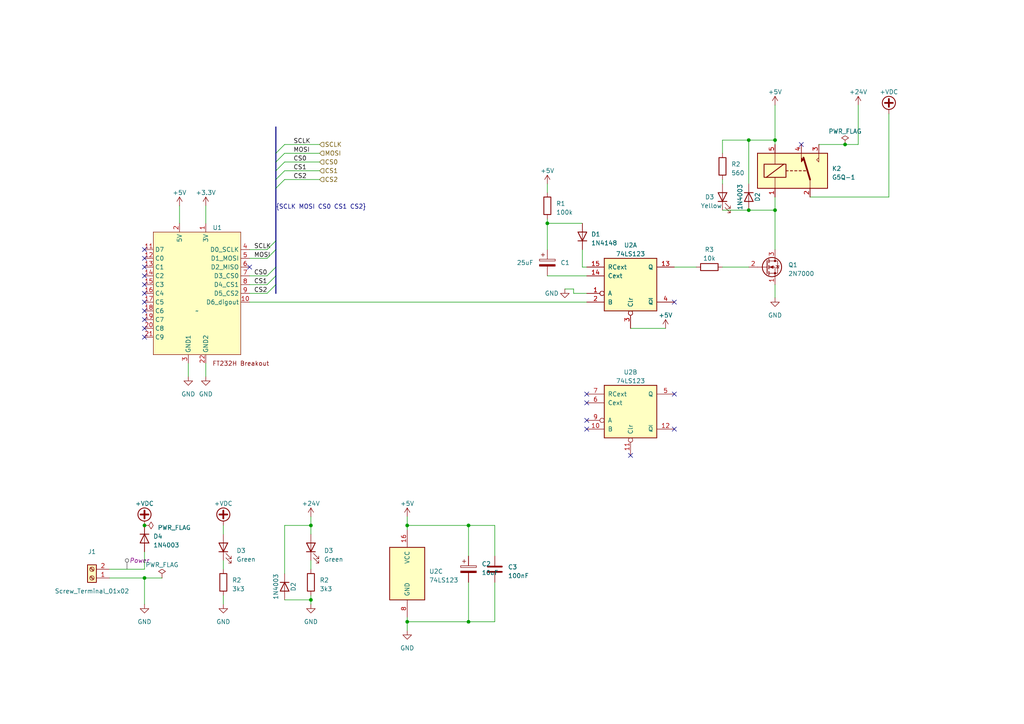
<source format=kicad_sch>
(kicad_sch (version 20230121) (generator eeschema)
  (paper "A4")
  (title_block (title "cpumeter") (rev "v02") (comment 3 "License CC BY 4.0") (comment 4 "Jonas Berg"))
  (lib_symbols
    (symbol "74xx:74LS123" (pin_names (offset 1.016))
      (property "Reference" "U" (at -7.62 8.89 0))
      (property "Value" "74LS123" (at -7.62 -8.89 0))
      (symbol "74LS123_1_0"
        (pin input inverted (at -12.7 -2.54 0) (length 5.08) (name "A") (number "1"))
        (pin output line (at 12.7 5.08 180) (length 5.08) (name "Q") (number "13"))
        (pin input line (at -12.7 2.54 0) (length 5.08) (name "Cext") (number "14"))
        (pin input line (at -12.7 5.08 0) (length 5.08) (name "RCext") (number "15"))
        (pin input line (at -12.7 -5.08 0) (length 5.08) (name "B") (number "2"))
        (pin input inverted (at 0 -12.7 90) (length 5.08) (name "Clr") (number "3"))
        (pin output line (at 12.7 -5.08 180) (length 5.08) (name "~{Q}") (number "4"))
      )
      (symbol "74LS123_1_1"
        (rectangle (start -7.62 7.62) (end 7.62 -7.62) (stroke (width 0.254)) (fill (type background)))
      )
      (symbol "74LS123_2_0"
        (pin input line (at -12.7 -5.08 0) (length 5.08) (name "B") (number "10"))
        (pin input inverted (at 0 -12.7 90) (length 5.08) (name "Clr") (number "11"))
        (pin output line (at 12.7 -5.08 180) (length 5.08) (name "~{Q}") (number "12"))
        (pin output line (at 12.7 5.08 180) (length 5.08) (name "Q") (number "5"))
        (pin input line (at -12.7 2.54 0) (length 5.08) (name "Cext") (number "6"))
        (pin input line (at -12.7 5.08 0) (length 5.08) (name "RCext") (number "7"))
        (pin input inverted (at -12.7 -2.54 0) (length 5.08) (name "A") (number "9"))
      )
      (symbol "74LS123_2_1"
        (rectangle (start -7.62 7.62) (end 7.62 -7.62) (stroke (width 0.254)) (fill (type background)))
      )
      (symbol "74LS123_3_0"
        (pin power_in line (at 0 12.7 270) (length 5.08) (name "VCC") (number "16"))
        (pin power_in line (at 0 -12.7 90) (length 5.08) (name "GND") (number "8"))
      )
      (symbol "74LS123_3_1"
        (rectangle (start -5.08 7.62) (end 5.08 -7.62) (stroke (width 0.254)) (fill (type background)))
      )
    )
    (symbol "Connector:Screw_Terminal_01x02" (pin_names (offset 1.016) hide)
      (property "Reference" "J" (at 0 2.54 0))
      (property "Value" "Screw_Terminal_01x02" (at 0 -5.08 0))
      (symbol "Screw_Terminal_01x02_1_1"
        (rectangle (start -1.27 1.27) (end 1.27 -3.81) (stroke (width 0.254)) (fill (type background)))
        (circle (center 0 -2.54) (radius 0.635) (stroke (width 0.1524)))
        (polyline (pts (xy -0.5334 -2.2098) (xy 0.3302 -3.048)) (stroke (width 0.1524)))
        (polyline (pts (xy -0.5334 0.3302) (xy 0.3302 -0.508)) (stroke (width 0.1524)))
        (polyline (pts (xy -0.3556 -2.032) (xy 0.508 -2.8702)) (stroke (width 0.1524)))
        (polyline (pts (xy -0.3556 0.508) (xy 0.508 -0.3302)) (stroke (width 0.1524)))
        (circle (center 0 0) (radius 0.635) (stroke (width 0.1524)))
        (pin passive line (at -5.08 0 0) (length 3.81) (name "Pin_1") (number "1"))
        (pin passive line (at -5.08 -2.54 0) (length 3.81) (name "Pin_2") (number "2"))
      )
    )
    (symbol "Device:C" (pin_numbers hide) (pin_names (offset 0.254))
      (property "Reference" "C" (at 0.635 2.54 0))
      (property "Value" "C" (at 0.635 -2.54 0))
      (symbol "C_0_1"
        (polyline (pts (xy -2.032 -0.762) (xy 2.032 -0.762)) (stroke (width 0.508)))
        (polyline (pts (xy -2.032 0.762) (xy 2.032 0.762)) (stroke (width 0.508)))
      )
      (symbol "C_1_1"
        (pin passive line (at 0 3.81 270) (length 2.794) (name "~") (number "1"))
        (pin passive line (at 0 -3.81 90) (length 2.794) (name "~") (number "2"))
      )
    )
    (symbol "Device:C_Polarized" (pin_numbers hide) (pin_names (offset 0.254))
      (property "Reference" "C" (at 0.635 2.54 0))
      (property "Value" "C_Polarized" (at 0.635 -2.54 0))
      (symbol "C_Polarized_0_1"
        (rectangle (start -2.286 0.508) (end 2.286 1.016))
        (polyline (pts (xy -1.778 2.286) (xy -0.762 2.286)))
        (polyline (pts (xy -1.27 2.794) (xy -1.27 1.778)))
        (rectangle (start 2.286 -0.508) (end -2.286 -1.016) (fill (type outline)))
      )
      (symbol "C_Polarized_1_1"
        (pin passive line (at 0 3.81 270) (length 2.794) (name "~") (number "1"))
        (pin passive line (at 0 -3.81 90) (length 2.794) (name "~") (number "2"))
      )
    )
    (symbol "Device:LED" (pin_numbers hide) (pin_names (offset 1.016) hide)
      (property "Reference" "D" (at 0 2.54 0))
      (property "Value" "LED" (at 0 -2.54 0))
      (symbol "LED_0_1"
        (polyline (pts (xy -1.27 -1.27) (xy -1.27 1.27)) (stroke (width 0.254)))
        (polyline (pts (xy -1.27 0) (xy 1.27 0)))
        (polyline (pts (xy 1.27 -1.27) (xy 1.27 1.27) (xy -1.27 0) (xy 1.27 -1.27)) (stroke (width 0.254)))
        (polyline (pts (xy -3.048 -0.762) (xy -4.572 -2.286) (xy -3.81 -2.286) (xy -4.572 -2.286) (xy -4.572 -1.524)))
        (polyline (pts (xy -1.778 -0.762) (xy -3.302 -2.286) (xy -2.54 -2.286) (xy -3.302 -2.286) (xy -3.302 -1.524)))
      )
      (symbol "LED_1_1"
        (pin passive line (at -3.81 0 0) (length 2.54) (name "K") (number "1"))
        (pin passive line (at 3.81 0 180) (length 2.54) (name "A") (number "2"))
      )
    )
    (symbol "Device:R" (pin_numbers hide) (pin_names (offset 0))
      (property "Reference" "R" (at 2.032 0 90))
      (property "Value" "R" (at 0 0 90))
      (symbol "R_0_1"
        (rectangle (start -1.016 -2.54) (end 1.016 2.54) (stroke (width 0.254)))
      )
      (symbol "R_1_1"
        (pin passive line (at 0 3.81 270) (length 1.27) (name "~") (number "1"))
        (pin passive line (at 0 -3.81 90) (length 1.27) (name "~") (number "2"))
      )
    )
    (symbol "Diode:1N4003" (pin_numbers hide) (pin_names hide)
      (property "Reference" "D" (at 0 2.54 0))
      (property "Value" "1N4003" (at 0 -2.54 0))
      (symbol "1N4003_0_1"
        (polyline (pts (xy -1.27 1.27) (xy -1.27 -1.27)) (stroke (width 0.254)))
        (polyline (pts (xy 1.27 0) (xy -1.27 0)))
        (polyline (pts (xy 1.27 1.27) (xy 1.27 -1.27) (xy -1.27 0) (xy 1.27 1.27)) (stroke (width 0.254)))
      )
      (symbol "1N4003_1_1"
        (pin passive line (at -3.81 0 0) (length 2.54) (name "K") (number "1"))
        (pin passive line (at 3.81 0 180) (length 2.54) (name "A") (number "2"))
      )
    )
    (symbol "Diode:1N4148" (pin_numbers hide) (pin_names hide)
      (property "Reference" "D" (at 0 2.54 0))
      (property "Value" "1N4148" (at 0 -2.54 0))
      (symbol "1N4148_0_1"
        (polyline (pts (xy -1.27 1.27) (xy -1.27 -1.27)) (stroke (width 0.254)))
        (polyline (pts (xy 1.27 0) (xy -1.27 0)))
        (polyline (pts (xy 1.27 1.27) (xy 1.27 -1.27) (xy -1.27 0) (xy 1.27 1.27)) (stroke (width 0.254)))
      )
      (symbol "1N4148_1_1"
        (pin passive line (at -3.81 0 0) (length 2.54) (name "K") (number "1"))
        (pin passive line (at 3.81 0 180) (length 2.54) (name "A") (number "2"))
      )
    )
    (symbol "Relay:G5Q-1"
      (property "Reference" "K" (at 11.43 3.81 0))
      (property "Value" "G5Q-1" (at 11.43 1.27 0))
      (symbol "G5Q-1_0_0"
        (polyline (pts (xy 7.62 5.08) (xy 7.62 2.54) (xy 6.985 3.175) (xy 7.62 3.81)))
      )
      (symbol "G5Q-1_0_1"
        (rectangle (start -10.16 5.08) (end 10.16 -5.08) (stroke (width 0.254)) (fill (type background)))
        (rectangle (start -8.255 1.905) (end -1.905 -1.905) (stroke (width 0.254)))
        (polyline (pts (xy -7.62 -1.905) (xy -2.54 1.905)) (stroke (width 0.254)))
        (polyline (pts (xy -5.08 -5.08) (xy -5.08 -1.905)))
        (polyline (pts (xy -5.08 5.08) (xy -5.08 1.905)))
        (polyline (pts (xy -1.905 0) (xy -1.27 0)) (stroke (width 0.254)))
        (polyline (pts (xy -0.635 0) (xy 0 0)) (stroke (width 0.254)))
        (polyline (pts (xy 0.635 0) (xy 1.27 0)) (stroke (width 0.254)))
        (polyline (pts (xy 1.905 0) (xy 2.54 0)) (stroke (width 0.254)))
        (polyline (pts (xy 3.175 0) (xy 3.81 0)) (stroke (width 0.254)))
        (polyline (pts (xy 5.08 -2.54) (xy 3.175 3.81)) (stroke (width 0.508)))
        (polyline (pts (xy 5.08 -2.54) (xy 5.08 -5.08)))
        (polyline (pts (xy 2.54 5.08) (xy 2.54 2.54) (xy 3.175 3.175) (xy 2.54 3.81)) (fill (type outline)))
      )
      (symbol "G5Q-1_1_1"
        (pin passive line (at -5.08 -7.62 90) (length 2.54) (name "~") (number "1"))
        (pin passive line (at 5.08 -7.62 90) (length 2.54) (name "~") (number "2"))
        (pin passive line (at 7.62 7.62 270) (length 2.54) (name "~") (number "3"))
        (pin passive line (at 2.54 7.62 270) (length 2.54) (name "~") (number "4"))
        (pin passive line (at -5.08 7.62 270) (length 2.54) (name "~") (number "5"))
      )
    )
    (symbol "Transistor_FET:2N7000" (pin_names hide)
      (property "Reference" "Q" (at 5.08 1.905 0))
      (property "Value" "2N7000" (at 5.08 0 0))
      (symbol "2N7000_0_1"
        (polyline (pts (xy 0.254 0) (xy -2.54 0)))
        (polyline (pts (xy 0.254 1.905) (xy 0.254 -1.905)) (stroke (width 0.254)))
        (polyline (pts (xy 0.762 -1.27) (xy 0.762 -2.286)) (stroke (width 0.254)))
        (polyline (pts (xy 0.762 0.508) (xy 0.762 -0.508)) (stroke (width 0.254)))
        (polyline (pts (xy 0.762 2.286) (xy 0.762 1.27)) (stroke (width 0.254)))
        (polyline (pts (xy 2.54 2.54) (xy 2.54 1.778)))
        (polyline (pts (xy 2.54 -2.54) (xy 2.54 0) (xy 0.762 0)))
        (polyline (pts (xy 0.762 -1.778) (xy 3.302 -1.778) (xy 3.302 1.778) (xy 0.762 1.778)))
        (polyline (pts (xy 1.016 0) (xy 2.032 0.381) (xy 2.032 -0.381) (xy 1.016 0)) (fill (type outline)))
        (polyline (pts (xy 2.794 0.508) (xy 2.921 0.381) (xy 3.683 0.381) (xy 3.81 0.254)))
        (polyline (pts (xy 3.302 0.381) (xy 2.921 -0.254) (xy 3.683 -0.254) (xy 3.302 0.381)))
        (circle (center 1.651 0) (radius 2.794) (stroke (width 0.254)))
        (circle (center 2.54 -1.778) (radius 0.254) (fill (type outline)))
        (circle (center 2.54 1.778) (radius 0.254) (fill (type outline)))
      )
      (symbol "2N7000_1_1"
        (pin passive line (at 2.54 -5.08 90) (length 2.54) (name "S") (number "1"))
        (pin input line (at -5.08 0 0) (length 2.54) (name "G") (number "2"))
        (pin passive line (at 2.54 5.08 270) (length 2.54) (name "D") (number "3"))
      )
    )
    (symbol "cpumetercomponents:ft232h_breakout"
      (property "Reference" "U" (at -12.7 20.32 0))
      (symbol "ft232h_breakout_0_1"
        (rectangle (start -12.7 17.78) (end 12.7 -17.78) (fill (type background)))
        (text "FT232H Breakout" (at 12.7 -20.32 0) (effects (font (size 1.27 1.27))))
      )
      (symbol "ft232h_breakout_1_1"
        (pin power_out line (at 2.54 20.32 270) (length 2.54) (name "3V") (number "1"))
        (pin output line (at 15.24 -2.54 180) (length 2.54) (name "D6_digout") (number "10"))
        (pin bidirectional line (at -15.24 12.7 0) (length 2.54) (name "D7") (number "11"))
        (pin bidirectional line (at -15.24 10.16 0) (length 2.54) (name "C0") (number "12"))
        (pin bidirectional line (at -15.24 7.62 0) (length 2.54) (name "C1") (number "13"))
        (pin bidirectional line (at -15.24 5.08 0) (length 2.54) (name "C2") (number "14"))
        (pin bidirectional line (at -15.24 2.54 0) (length 2.54) (name "C3") (number "15"))
        (pin bidirectional line (at -15.24 0 0) (length 2.54) (name "C4") (number "16"))
        (pin bidirectional line (at -15.24 -2.54 0) (length 2.54) (name "C5") (number "17"))
        (pin bidirectional line (at -15.24 -5.08 0) (length 2.54) (name "C6") (number "18"))
        (pin bidirectional line (at -15.24 -7.62 0) (length 2.54) (name "C7") (number "19"))
        (pin power_out line (at -5.08 20.32 270) (length 2.54) (name "5V") (number "2"))
        (pin bidirectional line (at -15.24 -10.16 0) (length 2.54) (name "C8") (number "20"))
        (pin bidirectional line (at -15.24 -12.7 0) (length 2.54) (name "C9") (number "21"))
        (pin passive line (at 2.54 -20.32 90) (length 2.54) (name "GND2") (number "22"))
        (pin passive line (at -2.54 -20.32 90) (length 2.54) (name "GND1") (number "3"))
        (pin output line (at 15.24 12.7 180) (length 2.54) (name "D0_SCLK") (number "4"))
        (pin output line (at 15.24 10.16 180) (length 2.54) (name "D1_MOSI") (number "5"))
        (pin input line (at 15.24 7.62 180) (length 2.54) (name "D2_MISO") (number "6"))
        (pin output line (at 15.24 5.08 180) (length 2.54) (name "D3_CS0") (number "7"))
        (pin output line (at 15.24 2.54 180) (length 2.54) (name "D4_CS1") (number "8"))
        (pin output line (at 15.24 0 180) (length 2.54) (name "D5_CS2") (number "9"))
      )
    )
    (symbol "power:+24V" (power) (pin_names (offset 0))
      (property "Value" "+24V" (at 0 3.556 0))
      (symbol "+24V_0_1"
        (polyline (pts (xy -0.762 1.27) (xy 0 2.54)))
        (polyline (pts (xy 0 0) (xy 0 2.54)))
        (polyline (pts (xy 0 2.54) (xy 0.762 1.27)))
      )
      (symbol "+24V_1_1"
        (pin power_in line (at 0 0 90) (length 0) hide (name "+24V") (number "1"))
      )
    )
    (symbol "power:+3.3V" (power) (pin_names (offset 0))
      (property "Value" "+3.3V" (at 0 3.556 0))
      (symbol "+3.3V_0_1"
        (polyline (pts (xy -0.762 1.27) (xy 0 2.54)))
        (polyline (pts (xy 0 0) (xy 0 2.54)))
        (polyline (pts (xy 0 2.54) (xy 0.762 1.27)))
      )
      (symbol "+3.3V_1_1"
        (pin power_in line (at 0 0 90) (length 0) hide (name "+3.3V") (number "1"))
      )
    )
    (symbol "power:+5V" (power) (pin_names (offset 0))
      (property "Value" "+5V" (at 0 3.556 0))
      (symbol "+5V_0_1"
        (polyline (pts (xy -0.762 1.27) (xy 0 2.54)))
        (polyline (pts (xy 0 0) (xy 0 2.54)))
        (polyline (pts (xy 0 2.54) (xy 0.762 1.27)))
      )
      (symbol "+5V_1_1"
        (pin power_in line (at 0 0 90) (length 0) hide (name "+5V") (number "1"))
      )
    )
    (symbol "power:+VDC" (power) (pin_names (offset 0))
      (property "Value" "+VDC" (at 0 6.35 0))
      (symbol "+VDC_0_1"
        (polyline (pts (xy -1.143 3.175) (xy 1.143 3.175)) (stroke (width 0.508)))
        (polyline (pts (xy 0 0) (xy 0 1.27)))
        (polyline (pts (xy 0 2.032) (xy 0 4.318)) (stroke (width 0.508)))
        (circle (center 0 3.175) (radius 1.905) (stroke (width 0.254)))
      )
      (symbol "+VDC_1_1"
        (pin power_in line (at 0 0 90) (length 0) hide (name "+VDC") (number "1"))
      )
    )
    (symbol "power:GND" (power) (pin_names (offset 0))
      (property "Value" "GND" (at 0 -3.81 0))
      (symbol "GND_0_1"
        (polyline (pts (xy 0 0) (xy 0 -1.27) (xy 1.27 -1.27) (xy 0 -2.54) (xy -1.27 -1.27) (xy 0 -1.27)))
      )
      (symbol "GND_1_1"
        (pin power_in line (at 0 0 270) (length 0) hide (name "GND") (number "1"))
      )
    )
    (symbol "power:PWR_FLAG" (power) (pin_numbers hide) (pin_names (offset 0) hide)
      (property "Value" "PWR_FLAG" (at 0 3.81 0))
      (symbol "PWR_FLAG_0_0"
        (pin power_out line (at 0 0 90) (length 0) (name "pwr") (number "1"))
      )
      (symbol "PWR_FLAG_0_1"
        (polyline (pts (xy 0 0) (xy 0 1.27) (xy -1.016 1.905) (xy 0 2.54) (xy 1.016 1.905) (xy 0 1.27)))
      )
    )
  )
  (junction (at 41.91 152.4))
  (junction (at 90.17 152.4))
  (junction (at 217.17 40.64))
  (junction (at 245.11 41.91))
  (junction (at 90.17 173.99))
  (junction (at 135.89 180.34))
  (junction (at 224.79 60.96))
  (junction (at 217.17 60.96))
  (junction (at 41.91 167.64))
  (junction (at 224.79 40.64))
  (junction (at 118.11 152.4))
  (junction (at 135.89 152.4))
  (junction (at 158.75 64.77))
  (junction (at 118.11 180.34))
  (no_connect (at 232.41 41.91))
  (no_connect (at 170.18 114.3))
  (no_connect (at 41.91 72.39))
  (no_connect (at 170.18 121.92))
  (no_connect (at 41.91 74.93))
  (no_connect (at 72.39 77.47))
  (no_connect (at 170.18 116.84))
  (no_connect (at 41.91 90.17))
  (no_connect (at 41.91 97.79))
  (no_connect (at 195.58 124.46))
  (no_connect (at 182.88 132.08))
  (no_connect (at 41.91 87.63))
  (no_connect (at 41.91 82.55))
  (no_connect (at 41.91 80.01))
  (no_connect (at 195.58 87.63))
  (no_connect (at 41.91 95.25))
  (no_connect (at 195.58 114.3))
  (no_connect (at 41.91 85.09))
  (no_connect (at 41.91 92.71))
  (no_connect (at 41.91 77.47))
  (no_connect (at 170.18 124.46))
  (bus_entry (at 80.01 69.85) (size -2.54 2.54))
  (bus_entry (at 80.01 82.55) (size -2.54 2.54))
  (bus_entry (at 80.01 54.61) (size 2.54 -2.54))
  (bus_entry (at 80.01 46.99) (size 2.54 -2.54))
  (bus_entry (at 80.01 72.39) (size -2.54 2.54))
  (bus_entry (at 80.01 80.01) (size -2.54 2.54))
  (bus_entry (at 80.01 49.53) (size 2.54 -2.54))
  (bus_entry (at 80.01 52.07) (size 2.54 -2.54))
  (bus_entry (at 80.01 77.47) (size -2.54 2.54))
  (bus_entry (at 80.01 44.45) (size 2.54 -2.54))
  (bus (pts (xy 80.01 82.55) (xy 80.01 85.09)))
  (wire (pts (xy 118.11 149.86) (xy 118.11 152.4)))
  (wire (pts (xy 72.39 85.09) (xy 77.47 85.09)))
  (wire (pts (xy 158.75 63.5) (xy 158.75 64.77)))
  (wire (pts (xy 118.11 180.34) (xy 118.11 182.88)))
  (wire (pts (xy 41.91 167.64) (xy 46.99 167.64)))
  (wire (pts (xy 82.55 46.99) (xy 92.71 46.99)))
  (bus (pts (xy 80.01 80.01) (xy 80.01 82.55)))
  (wire (pts (xy 158.75 64.77) (xy 168.91 64.77)))
  (bus (pts (xy 80.01 77.47) (xy 80.01 80.01)))
  (wire (pts (xy 234.95 57.15) (xy 257.81 57.15)))
  (wire (pts (xy 72.39 87.63) (xy 170.18 87.63)))
  (wire (pts (xy 72.39 72.39) (xy 77.47 72.39)))
  (wire (pts (xy 31.75 165.1) (xy 41.91 165.1)))
  (wire (pts (xy 135.89 161.29) (xy 135.89 152.4)))
  (wire (pts (xy 209.55 60.96) (xy 217.17 60.96)))
  (wire (pts (xy 90.17 162.56) (xy 90.17 165.1)))
  (wire (pts (xy 118.11 179.07) (xy 118.11 180.34)))
  (wire (pts (xy 82.55 52.07) (xy 92.71 52.07)))
  (bus (pts (xy 80.01 54.61) (xy 80.01 69.85)))
  (wire (pts (xy 41.91 160.02) (xy 41.91 165.1)))
  (wire (pts (xy 31.75 167.64) (xy 41.91 167.64)))
  (wire (pts (xy 52.07 59.69) (xy 52.07 64.77)))
  (wire (pts (xy 82.55 41.91) (xy 92.71 41.91)))
  (wire (pts (xy 72.39 82.55) (xy 77.47 82.55)))
  (wire (pts (xy 90.17 173.99) (xy 90.17 175.26)))
  (wire (pts (xy 135.89 152.4) (xy 118.11 152.4)))
  (wire (pts (xy 257.81 33.02) (xy 257.81 57.15)))
  (wire (pts (xy 135.89 168.91) (xy 135.89 180.34)))
  (bus (pts (xy 80.01 69.85) (xy 80.01 72.39)))
  (bus (pts (xy 80.01 72.39) (xy 80.01 77.47)))
  (wire (pts (xy 54.61 105.41) (xy 54.61 109.22)))
  (wire (pts (xy 90.17 149.86) (xy 90.17 152.4)))
  (wire (pts (xy 82.55 44.45) (xy 92.71 44.45)))
  (wire (pts (xy 209.55 52.07) (xy 209.55 53.34)))
  (wire (pts (xy 82.55 152.4) (xy 90.17 152.4)))
  (wire (pts (xy 166.37 83.82) (xy 166.37 85.09)))
  (wire (pts (xy 158.75 64.77) (xy 158.75 72.39)))
  (wire (pts (xy 195.58 77.47) (xy 201.93 77.47)))
  (wire (pts (xy 237.49 41.91) (xy 245.11 41.91)))
  (wire (pts (xy 41.91 167.64) (xy 41.91 175.26)))
  (wire (pts (xy 158.75 53.34) (xy 158.75 55.88)))
  (wire (pts (xy 72.39 80.01) (xy 77.47 80.01)))
  (wire (pts (xy 90.17 152.4) (xy 90.17 154.94)))
  (wire (pts (xy 224.79 82.55) (xy 224.79 86.36)))
  (wire (pts (xy 72.39 74.93) (xy 77.47 74.93)))
  (wire (pts (xy 158.75 80.01) (xy 170.18 80.01)))
  (wire (pts (xy 166.37 85.09) (xy 170.18 85.09)))
  (wire (pts (xy 217.17 60.96) (xy 224.79 60.96)))
  (wire (pts (xy 143.51 161.29) (xy 143.51 152.4)))
  (wire (pts (xy 168.91 72.39) (xy 168.91 77.47)))
  (wire (pts (xy 82.55 166.37) (xy 82.55 152.4)))
  (wire (pts (xy 168.91 77.47) (xy 170.18 77.47)))
  (bus (pts (xy 80.01 36.83) (xy 80.01 44.45)))
  (wire (pts (xy 248.92 30.48) (xy 248.92 41.91)))
  (wire (pts (xy 59.69 59.69) (xy 59.69 64.77)))
  (wire (pts (xy 64.77 152.4) (xy 64.77 154.94)))
  (wire (pts (xy 182.88 95.25) (xy 193.04 95.25)))
  (bus (pts (xy 80.01 46.99) (xy 80.01 49.53)))
  (wire (pts (xy 64.77 162.56) (xy 64.77 165.1)))
  (wire (pts (xy 143.51 152.4) (xy 135.89 152.4)))
  (wire (pts (xy 82.55 173.99) (xy 90.17 173.99)))
  (wire (pts (xy 245.11 41.91) (xy 248.92 41.91)))
  (wire (pts (xy 217.17 40.64) (xy 217.17 53.34)))
  (wire (pts (xy 118.11 152.4) (xy 118.11 153.67)))
  (wire (pts (xy 217.17 40.64) (xy 224.79 40.64)))
  (wire (pts (xy 224.79 40.64) (xy 224.79 41.91)))
  (wire (pts (xy 118.11 180.34) (xy 135.89 180.34)))
  (wire (pts (xy 64.77 172.72) (xy 64.77 175.26)))
  (wire (pts (xy 163.83 83.82) (xy 166.37 83.82)))
  (bus (pts (xy 80.01 44.45) (xy 80.01 46.99)))
  (bus (pts (xy 80.01 52.07) (xy 80.01 54.61)))
  (wire (pts (xy 209.55 44.45) (xy 209.55 40.64)))
  (wire (pts (xy 90.17 172.72) (xy 90.17 173.99)))
  (wire (pts (xy 59.69 105.41) (xy 59.69 109.22)))
  (wire (pts (xy 224.79 60.96) (xy 224.79 72.39)))
  (wire (pts (xy 209.55 40.64) (xy 217.17 40.64)))
  (bus (pts (xy 80.01 49.53) (xy 80.01 52.07)))
  (wire (pts (xy 143.51 180.34) (xy 143.51 168.91)))
  (wire (pts (xy 82.55 49.53) (xy 92.71 49.53)))
  (wire (pts (xy 209.55 77.47) (xy 217.17 77.47)))
  (wire (pts (xy 135.89 180.34) (xy 143.51 180.34)))
  (wire (pts (xy 224.79 57.15) (xy 224.79 60.96)))
  (wire (pts (xy 224.79 30.48) (xy 224.79 40.64)))
  (label "CS0" (at 73.66 80.01 0))
  (label "SCLK" (at 85.09 41.91 0))
  (label "CS1" (at 85.09 49.53 0))
  (label "CS2" (at 85.09 52.07 0))
  (label "SCLK" (at 73.66 72.39 0))
  (label "MOSI" (at 85.09 44.45 0))
  (label "CS0" (at 85.09 46.99 0))
  (label "CS2" (at 73.66 85.09 0))
  (label "MOSI" (at 73.66 74.93 0))
  (label "{SCLK MOSI CS0 CS1 CS2}" (at 80.01 60.96 0))
  (label "CS1" (at 73.66 82.55 0))
  (hierarchical_label "CS0" (shape input) (at 92.71 46.99 0))
  (hierarchical_label "MOSI" (shape input) (at 92.71 44.45 0))
  (hierarchical_label "SCLK" (shape input) (at 92.71 41.91 0))
  (hierarchical_label "CS2" (shape input) (at 92.71 52.07 0))
  (hierarchical_label "CS1" (shape input) (at 92.71 49.53 0))
  (netclass_flag "" (length 2.54) (shape round) (at 36.83 165.1 0) (property "Netclass" "Power" (at 37.5285 162.56 0) (effects (font italic) (justify left))))
  (symbol (lib_id "Diode:1N4003") (at 217.17 57.15 270) (unit 1)
    (property "Reference" "D2" (at 219.71 57.15 0))
    (property "Value" "1N4003" (at 214.63 57.15 0))
    (property "Footprint" "Diode_THT:D_DO-41_SOD81_P10.16mm_Horizontal" (effects hide))
    (property "Datasheet" "http://www.vishay.com/docs/88503/1n4001.pdf" (effects hide))
    (property "Sim.Device" "D" (effects hide))
    (property "Sim.Pins" "1=K 2=A" (effects hide))
    (instances (project "cpumeter" (path "" (reference "D2") (unit 1)) (path "" (reference "D7") (unit 1))))
  )
  (symbol (lib_id "Device:R") (at 158.75 59.69 0) (unit 1)
    (property "Reference" "R1" (at 161.29 59.055 0) (effects (justify left)))
    (property "Value" "100k" (at 161.29 61.595 0) (effects (justify left)))
    (property "Footprint" "Resistor_THT:R_Axial_DIN0207_L6.3mm_D2.5mm_P10.16mm_Horizontal" (effects hide))
    (instances (project "cpumeter" (path "" (reference "R1") (unit 1)) (path "" (reference "R2") (unit 1))))
  )
  (symbol (lib_id "power:GND") (at 59.69 109.22 0) (unit 1)
    (property "Reference" "#PWR04" (effects hide))
    (property "Value" "GND" (at 59.69 114.3 0))
    (instances (project "cpumeter" (path "" (reference "#PWR04") (unit 1)) (path "" (reference "#PWR011") (unit 1))))
  )
  (symbol (lib_id "power:+3.3V") (at 59.69 59.69 0) (unit 1)
    (property "Reference" "#PWR06" (effects hide))
    (property "Value" "+3.3V" (at 59.69 55.88 0))
  )
  (symbol (lib_id "Device:LED") (at 64.77 158.75 90) (unit 1)
    (property "Reference" "D3" (at 68.58 159.7025 90) (effects (justify right)))
    (property "Value" "Green" (at 68.58 162.2425 90) (effects (justify right)))
    (property "Footprint" "LED_THT:LED_D3.0mm" (effects hide))
    (instances (project "cpumeter" (path "" (reference "D3") (unit 1)) (path "" (reference "D5") (unit 1))))
  )
  (symbol (lib_id "74xx:74LS123") (at 118.11 166.37 0) (unit 3)
    (property "Reference" "U2" (at 124.46 165.735 0) (effects (justify left)))
    (property "Value" "74LS123" (at 124.46 168.275 0) (effects (justify left)))
    (property "Footprint" "Package_DIP:DIP-16_W7.62mm" (effects hide))
    (property "Datasheet" "http://www.ti.com/lit/gpn/sn74LS123" (effects hide))
    (instances (project "cpumeter" (path "" (reference "U2") (unit 3)) (path "" (reference "U1") (unit 3))))
  )
  (symbol (lib_id "power:GND") (at 41.91 175.26 0) (unit 1)
    (property "Reference" "#PWR02" (effects hide))
    (property "Value" "GND" (at 41.91 180.34 0))
    (instances (project "cpumeter" (path "" (reference "#PWR02") (unit 1)) (path "" (reference "#PWR016") (unit 1))))
  )
  (symbol (lib_id "Relay:G5Q-1") (at 229.87 49.53 0) (unit 1)
    (property "Reference" "K2" (at 241.3 48.895 0) (effects (justify left)))
    (property "Value" "G5Q-1" (at 241.3 51.435 0) (effects (justify left)))
    (property "Footprint" "Relay_THT:Relay_SPDT_Omron-G5Q-1" (effects hide))
    (property "Datasheet" "https://www.omron.com/ecb/products/pdf/en-g5q.pdf" (effects hide))
  )
  (symbol (lib_id "power:GND") (at 64.77 175.26 0) (unit 1)
    (property "Reference" "#PWR02" (effects hide))
    (property "Value" "GND" (at 64.77 180.34 0))
    (instances (project "cpumeter" (path "" (reference "#PWR02") (unit 1)) (path "" (reference "#PWR017") (unit 1))))
  )
  (symbol (lib_id "Device:R") (at 64.77 168.91 0) (unit 1)
    (property "Reference" "R2" (at 67.31 168.275 0) (effects (justify left)))
    (property "Value" "3k3" (at 67.31 170.815 0) (effects (justify left)))
    (property "Footprint" "Resistor_THT:R_Axial_DIN0207_L6.3mm_D2.5mm_P10.16mm_Horizontal" (effects hide))
    (instances (project "cpumeter" (path "" (reference "R2") (unit 1)) (path "" (reference "R4") (unit 1))))
  )
  (symbol (lib_id "Device:LED") (at 209.55 57.15 90) (unit 1)
    (property "Reference" "D3" (at 204.47 57.15 90) (effects (justify right)))
    (property "Value" "Yellow" (at 203.2 59.69 90) (effects (justify right)))
    (property "Footprint" "LED_THT:LED_D3.0mm" (effects hide))
    (instances (project "cpumeter" (path "" (reference "D3") (unit 1)) (path "" (reference "D1") (unit 1))))
  )
  (symbol (lib_id "cpumetercomponents:ft232h_breakout") (at 57.15 85.09 0) (unit 1)
    (property "Reference" "U1" (at 61.6459 66.04 0) (effects (justify left)))
    (property "Value" "~" (at 57.15 90.17 0))
    (property "Footprint" "cpumeter_library:ft232h_footprint" (effects hide))
    (instances (project "cpumeter" (path "" (reference "U1") (unit 1)) (path "" (reference "U2") (unit 1))))
  )
  (symbol (lib_id "Device:R") (at 209.55 48.26 0) (unit 1)
    (property "Reference" "R2" (at 212.09 47.625 0) (effects (justify left)))
    (property "Value" "560" (at 212.09 50.165 0) (effects (justify left)))
    (property "Footprint" "Resistor_THT:R_Axial_DIN0207_L6.3mm_D2.5mm_P10.16mm_Horizontal" (effects hide))
    (instances (project "cpumeter" (path "" (reference "R2") (unit 1)) (path "" (reference "R1") (unit 1))))
  )
  (symbol (lib_id "power:+5V") (at 224.79 30.48 0) (unit 1)
    (property "Reference" "#PWR09" (effects hide))
    (property "Value" "+5V" (at 224.79 26.67 0))
    (instances (project "cpumeter" (path "" (reference "#PWR09") (unit 1)) (path "" (reference "#PWR01") (unit 1))))
  )
  (symbol (lib_id "74xx:74LS123") (at 182.88 82.55 0) (unit 1)
    (property "Reference" "U2" (at 182.88 71.12 0))
    (property "Value" "74LS123" (at 182.88 73.66 0))
    (property "Footprint" "Package_DIP:DIP-16_W7.62mm" (effects hide))
    (property "Datasheet" "http://www.ti.com/lit/gpn/sn74LS123" (effects hide))
    (instances (project "cpumeter" (path "" (reference "U2") (unit 1)) (path "" (reference "U1") (unit 1))))
  )
  (symbol (lib_id "Transistor_FET:2N7000") (at 222.25 77.47 0) (unit 1)
    (property "Reference" "Q1" (at 228.6 76.835 0) (effects (justify left)))
    (property "Value" "2N7000" (at 228.6 79.375 0) (effects (justify left)))
    (property "Footprint" "Package_TO_SOT_THT:TO-92L_Wide" (effects hide))
    (property "Datasheet" "https://www.vishay.com/docs/70226/70226.pdf" (effects hide))
  )
  (symbol (lib_id "Device:C") (at 143.51 165.1 0) (unit 1)
    (property "Reference" "C3" (at 147.32 164.465 0) (effects (justify left)))
    (property "Value" "100nF" (at 147.32 167.005 0) (effects (justify left)))
    (property "Footprint" "Capacitor_THT:C_Disc_D6.0mm_W2.5mm_P5.00mm" (effects hide))
  )
  (symbol (lib_id "power:+5V") (at 52.07 59.69 0) (unit 1)
    (property "Reference" "#PWR07" (effects hide))
    (property "Value" "+5V" (at 52.07 55.88 0))
    (instances (project "cpumeter" (path "" (reference "#PWR07") (unit 1)) (path "" (reference "#PWR05") (unit 1))))
  )
  (symbol (lib_id "Connector:Screw_Terminal_01x02") (at 26.67 167.64 180) (unit 1)
    (property "Reference" "J1" (at 26.67 160.02 0))
    (property "Value" "Screw_Terminal_01x02" (at 26.67 171.45 0))
    (property "Footprint" "TerminalBlock_Phoenix:TerminalBlock_Phoenix_MKDS-1,5-2_1x02_P5.00mm_Horizontal" (effects hide))
  )
  (symbol (lib_id "Device:C_Polarized") (at 158.75 76.2 0) (unit 1)
    (property "Reference" "C1" (at 162.56 76.2 0) (effects (justify left)))
    (property "Value" "25uF" (at 149.86 76.2 0) (effects (justify left)))
    (property "Footprint" "Capacitor_THT:CP_Radial_D5.0mm_P2.50mm" (effects hide))
  )
  (symbol (lib_id "Device:C_Polarized") (at 135.89 165.1 0) (unit 1)
    (property "Reference" "C2" (at 139.7 163.576 0) (effects (justify left)))
    (property "Value" "10uF" (at 139.7 166.116 0) (effects (justify left)))
    (property "Footprint" "Capacitor_THT:CP_Radial_D5.0mm_P2.50mm" (effects hide))
  )
  (symbol (lib_id "power:PWR_FLAG") (at 46.99 167.64 0) (unit 1)
    (property "Reference" "#FLG03" (effects hide))
    (property "Value" "PWR_FLAG" (at 46.99 163.83 0))
  )
  (symbol (lib_id "power:+VDC") (at 257.81 33.02 0) (unit 1)
    (property "Reference" "#PWR013" (effects hide))
    (property "Value" "+VDC" (at 257.81 26.67 0))
    (instances (project "cpumeter" (path "" (reference "#PWR013") (unit 1)) (path "" (reference "#PWR03") (unit 1))))
  )
  (symbol (lib_id "power:+VDC") (at 41.91 152.4 0) (unit 1)
    (property "Reference" "#PWR013" (effects hide))
    (property "Value" "+VDC" (at 41.91 146.05 0))
    (instances (project "cpumeter" (path "" (reference "#PWR013") (unit 1)) (path "" (reference "#PWR014") (unit 1))))
  )
  (symbol (lib_id "power:GND") (at 224.79 86.36 0) (unit 1)
    (property "Reference" "#PWR02" (effects hide))
    (property "Value" "GND" (at 224.79 91.44 0))
    (instances (project "cpumeter" (path "" (reference "#PWR02") (unit 1)) (path "" (reference "#PWR08") (unit 1))))
  )
  (symbol (lib_id "power:GND") (at 118.11 182.88 0) (unit 1)
    (property "Reference" "#PWR02" (effects hide))
    (property "Value" "GND" (at 118.11 187.96 0))
    (instances (project "cpumeter" (path "" (reference "#PWR02") (unit 1)) (path "" (reference "#PWR019") (unit 1))))
  )
  (symbol (lib_id "Diode:1N4003") (at 82.55 170.18 270) (unit 1)
    (property "Reference" "D2" (at 85.09 170.18 0))
    (property "Value" "1N4003" (at 80.01 170.18 0))
    (property "Footprint" "Diode_THT:D_DO-41_SOD81_P10.16mm_Horizontal" (effects hide))
    (property "Datasheet" "http://www.vishay.com/docs/88503/1n4001.pdf" (effects hide))
    (property "Sim.Device" "D" (effects hide))
    (property "Sim.Pins" "1=K 2=A" (effects hide))
  )
  (symbol (lib_id "Device:R") (at 90.17 168.91 0) (unit 1)
    (property "Reference" "R2" (at 92.71 168.275 0) (effects (justify left)))
    (property "Value" "3k3" (at 92.71 170.815 0) (effects (justify left)))
    (property "Footprint" "Resistor_THT:R_Axial_DIN0207_L6.3mm_D2.5mm_P10.16mm_Horizontal" (effects hide))
    (instances (project "cpumeter" (path "" (reference "R2") (unit 1)) (path "" (reference "R5") (unit 1))))
  )
  (symbol (lib_id "power:GND") (at 163.83 83.82 0) (unit 1)
    (property "Reference" "#PWR05" (effects hide))
    (property "Value" "GND" (at 160.02 85.09 0))
    (instances (project "cpumeter" (path "" (reference "#PWR05") (unit 1)) (path "" (reference "#PWR07") (unit 1))))
  )
  (symbol (lib_id "power:PWR_FLAG") (at 245.11 41.91 0) (unit 1)
    (property "Reference" "#FLG01" (effects hide))
    (property "Value" "PWR_FLAG" (at 245.11 38.1 0))
  )
  (symbol (lib_id "Diode:1N4148") (at 168.91 68.58 90) (unit 1)
    (property "Reference" "D1" (at 171.45 67.945 90) (effects (justify right)))
    (property "Value" "1N4148" (at 171.45 70.485 90) (effects (justify right)))
    (property "Footprint" "Diode_THT:D_DO-35_SOD27_P7.62mm_Horizontal" (effects hide))
    (property "Datasheet" "https://assets.nexperia.com/documents/data-sheet/1N4148_1N4448.pdf" (effects hide))
    (property "Sim.Device" "D" (effects hide))
    (property "Sim.Pins" "1=K 2=A" (effects hide))
    (instances (project "cpumeter" (path "" (reference "D1") (unit 1)) (path "" (reference "D3") (unit 1))))
  )
  (symbol (lib_id "power:+24V") (at 248.92 30.48 0) (unit 1)
    (property "Reference" "#PWR012" (effects hide))
    (property "Value" "+24V" (at 248.92 26.67 0))
    (instances (project "cpumeter" (path "" (reference "#PWR012") (unit 1)) (path "" (reference "#PWR02") (unit 1))))
  )
  (symbol (lib_id "power:+5V") (at 118.11 149.86 0) (unit 1)
    (property "Reference" "#PWR011" (effects hide))
    (property "Value" "+5V" (at 118.11 146.05 0))
    (instances (project "cpumeter" (path "" (reference "#PWR011") (unit 1)) (path "" (reference "#PWR013") (unit 1))))
  )
  (symbol (lib_id "power:+VDC") (at 64.77 152.4 0) (unit 1)
    (property "Reference" "#PWR013" (effects hide))
    (property "Value" "+VDC" (at 64.77 146.05 0))
    (instances (project "cpumeter" (path "" (reference "#PWR013") (unit 1)) (path "" (reference "#PWR015") (unit 1))))
  )
  (symbol (lib_id "power:GND") (at 90.17 175.26 0) (unit 1)
    (property "Reference" "#PWR02" (effects hide))
    (property "Value" "GND" (at 90.17 180.34 0))
    (instances (project "cpumeter" (path "" (reference "#PWR02") (unit 1)) (path "" (reference "#PWR018") (unit 1))))
  )
  (symbol (lib_id "power:+5V") (at 193.04 95.25 0) (unit 1)
    (property "Reference" "#PWR010" (effects hide))
    (property "Value" "+5V" (at 193.04 91.44 0))
    (instances (project "cpumeter" (path "" (reference "#PWR010") (unit 1)) (path "" (reference "#PWR09") (unit 1))))
  )
  (symbol (lib_id "74xx:74LS123") (at 182.88 119.38 0) (unit 2)
    (property "Reference" "U2" (at 182.88 107.95 0))
    (property "Value" "74LS123" (at 182.88 110.49 0))
    (property "Footprint" "Package_DIP:DIP-16_W7.62mm" (effects hide))
    (property "Datasheet" "http://www.ti.com/lit/gpn/sn74LS123" (effects hide))
    (instances (project "cpumeter" (path "" (reference "U2") (unit 2)) (path "" (reference "U1") (unit 2))))
  )
  (symbol (lib_id "power:GND") (at 54.61 109.22 0) (unit 1)
    (property "Reference" "#PWR03" (effects hide))
    (property "Value" "GND" (at 54.61 114.3 0))
    (instances (project "cpumeter" (path "" (reference "#PWR03") (unit 1)) (path "" (reference "#PWR010") (unit 1))))
  )
  (symbol (lib_id "Device:LED") (at 90.17 158.75 90) (unit 1)
    (property "Reference" "D3" (at 93.98 159.7025 90) (effects (justify right)))
    (property "Value" "Green" (at 93.98 162.2425 90) (effects (justify right)))
    (property "Footprint" "LED_THT:LED_D3.0mm" (effects hide))
    (instances (project "cpumeter" (path "" (reference "D3") (unit 1)) (path "" (reference "D6") (unit 1))))
  )
  (symbol (lib_id "power:PWR_FLAG") (at 41.91 152.4 270) (unit 1)
    (property "Reference" "#FLG02" (effects hide))
    (property "Value" "PWR_FLAG" (at 45.72 153.035 90) (effects (justify left)))
  )
  (symbol (lib_id "Device:R") (at 205.74 77.47 90) (unit 1)
    (property "Reference" "R3" (at 205.74 72.39 90))
    (property "Value" "10k" (at 205.74 74.93 90))
    (property "Footprint" "Resistor_THT:R_Axial_DIN0207_L6.3mm_D2.5mm_P10.16mm_Horizontal" (effects hide))
  )
  (symbol (lib_id "power:+24V") (at 90.17 149.86 0) (unit 1)
    (property "Reference" "#PWR012" (effects hide))
    (property "Value" "+24V" (at 90.17 146.05 0))
  )
  (symbol (lib_id "power:+5V") (at 158.75 53.34 0) (unit 1)
    (property "Reference" "#PWR08" (effects hide))
    (property "Value" "+5V" (at 158.75 49.53 0))
    (instances (project "cpumeter" (path "" (reference "#PWR08") (unit 1)) (path "" (reference "#PWR04") (unit 1))))
  )
  (symbol (lib_id "Diode:1N4003") (at 41.91 156.21 270) (unit 1)
    (property "Reference" "D4" (at 44.45 155.575 90) (effects (justify left)))
    (property "Value" "1N4003" (at 44.45 158.115 90) (effects (justify left)))
    (property "Footprint" "Diode_THT:D_DO-41_SOD81_P10.16mm_Horizontal" (effects hide))
    (property "Datasheet" "http://www.vishay.com/docs/88503/1n4001.pdf" (effects hide))
    (property "Sim.Device" "D" (effects hide))
    (property "Sim.Pins" "1=K 2=A" (effects hide))
  )
)
</source>
